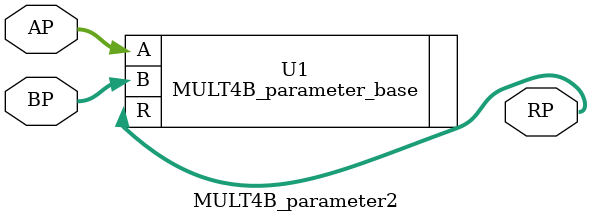
<source format=v>
module MULT4B_parameter2(RP,AP,BP);
	output[15:0] RP;
	input[7:0] AP,BP;
		MULT4B_parameter_base #(.S(8))
		U1 (.R(RP), .A(AP),.B(BP));
endmodule

</source>
